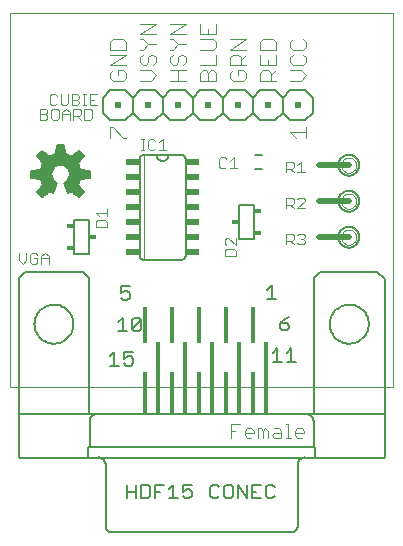
<source format=gto>
G75*
%MOIN*%
%OFA0B0*%
%FSLAX24Y24*%
%IPPOS*%
%LPD*%
%AMOC8*
5,1,8,0,0,1.08239X$1,22.5*
%
%ADD10C,0.0000*%
%ADD11C,0.0040*%
%ADD12C,0.0030*%
%ADD13C,0.0060*%
%ADD14C,0.0050*%
%ADD15R,0.0157X0.2402*%
%ADD16R,0.0157X0.1417*%
%ADD17R,0.0157X0.1220*%
%ADD18C,0.0020*%
%ADD19R,0.0450X0.0200*%
%ADD20R,0.0200X0.0200*%
%ADD21C,0.0200*%
%ADD22R,0.0230X0.0180*%
%ADD23C,0.0059*%
D10*
X000480Y004962D02*
X000480Y017432D01*
X013272Y017432D01*
X013272Y004962D01*
X000480Y004962D01*
D11*
X000920Y009082D02*
X001040Y009202D01*
X001040Y009442D01*
X001168Y009382D02*
X001168Y009142D01*
X001228Y009082D01*
X001348Y009082D01*
X001409Y009142D01*
X001409Y009262D01*
X001288Y009262D01*
X001168Y009382D02*
X001228Y009442D01*
X001348Y009442D01*
X001409Y009382D01*
X001537Y009322D02*
X001657Y009442D01*
X001777Y009322D01*
X001777Y009082D01*
X001777Y009262D02*
X001537Y009262D01*
X001537Y009322D02*
X001537Y009082D01*
X000920Y009082D02*
X000800Y009202D01*
X000800Y009442D01*
X003840Y013282D02*
X003840Y013629D01*
X003926Y013629D01*
X004273Y013282D01*
X004360Y013282D01*
X004850Y013242D02*
X004970Y013242D01*
X004910Y013242D02*
X004910Y012882D01*
X004850Y012882D02*
X004970Y012882D01*
X005096Y012942D02*
X005096Y013182D01*
X005156Y013242D01*
X005276Y013242D01*
X005336Y013182D01*
X005464Y013122D02*
X005584Y013242D01*
X005584Y012882D01*
X005464Y012882D02*
X005704Y012882D01*
X005336Y012942D02*
X005276Y012882D01*
X005156Y012882D01*
X005096Y012942D01*
X003402Y014362D02*
X003162Y014362D01*
X003162Y014722D01*
X003402Y014722D01*
X003282Y014542D02*
X003162Y014542D01*
X003036Y014362D02*
X002916Y014362D01*
X002976Y014362D02*
X002976Y014722D01*
X002916Y014722D02*
X003036Y014722D01*
X002788Y014662D02*
X002788Y014602D01*
X002728Y014542D01*
X002548Y014542D01*
X002420Y014422D02*
X002420Y014722D01*
X002548Y014722D02*
X002728Y014722D01*
X002788Y014662D01*
X002728Y014542D02*
X002788Y014482D01*
X002788Y014422D01*
X002728Y014362D01*
X002548Y014362D01*
X002548Y014722D01*
X002420Y014422D02*
X002360Y014362D01*
X002240Y014362D01*
X002180Y014422D01*
X002180Y014722D01*
X002051Y014662D02*
X001991Y014722D01*
X001871Y014722D01*
X001811Y014662D01*
X001811Y014422D01*
X001871Y014362D01*
X001991Y014362D01*
X002051Y014422D01*
X003840Y015269D02*
X003926Y015182D01*
X004273Y015182D01*
X004360Y015269D01*
X004360Y015442D01*
X004273Y015529D01*
X004100Y015529D01*
X004100Y015355D01*
X003926Y015529D02*
X003840Y015442D01*
X003840Y015269D01*
X003840Y015698D02*
X004360Y016044D01*
X003840Y016044D01*
X003840Y016213D02*
X003840Y016473D01*
X003926Y016560D01*
X004273Y016560D01*
X004360Y016473D01*
X004360Y016213D01*
X003840Y016213D01*
X003840Y015698D02*
X004360Y015698D01*
X004840Y015784D02*
X004926Y015698D01*
X005013Y015698D01*
X005100Y015784D01*
X005100Y015958D01*
X005187Y016044D01*
X005273Y016044D01*
X005360Y015958D01*
X005360Y015784D01*
X005273Y015698D01*
X005187Y015529D02*
X005360Y015355D01*
X005187Y015182D01*
X004840Y015182D01*
X004840Y015529D02*
X005187Y015529D01*
X004840Y015958D02*
X004926Y016044D01*
X004840Y015958D02*
X004840Y015784D01*
X004840Y016213D02*
X004926Y016213D01*
X005100Y016387D01*
X005360Y016387D01*
X005100Y016387D02*
X004926Y016560D01*
X004840Y016560D01*
X004840Y016729D02*
X005360Y017076D01*
X004840Y017076D01*
X004840Y016729D02*
X005360Y016729D01*
X005840Y016729D02*
X006360Y017076D01*
X005840Y017076D01*
X005840Y016729D02*
X006360Y016729D01*
X006360Y016387D02*
X006100Y016387D01*
X005926Y016560D01*
X005840Y016560D01*
X006100Y016387D02*
X005926Y016213D01*
X005840Y016213D01*
X005926Y016044D02*
X005840Y015958D01*
X005840Y015784D01*
X005926Y015698D01*
X006013Y015698D01*
X006100Y015784D01*
X006100Y015958D01*
X006187Y016044D01*
X006273Y016044D01*
X006360Y015958D01*
X006360Y015784D01*
X006273Y015698D01*
X006360Y015529D02*
X005840Y015529D01*
X006100Y015529D02*
X006100Y015182D01*
X006360Y015182D02*
X005840Y015182D01*
X006840Y015182D02*
X006840Y015442D01*
X006926Y015529D01*
X007013Y015529D01*
X007100Y015442D01*
X007100Y015182D01*
X007100Y015442D02*
X007187Y015529D01*
X007273Y015529D01*
X007360Y015442D01*
X007360Y015182D01*
X006840Y015182D01*
X006840Y015698D02*
X007360Y015698D01*
X007360Y016044D01*
X007273Y016213D02*
X007360Y016300D01*
X007360Y016473D01*
X007273Y016560D01*
X006840Y016560D01*
X006840Y016729D02*
X007360Y016729D01*
X007360Y017076D01*
X007100Y016902D02*
X007100Y016729D01*
X006840Y016729D02*
X006840Y017076D01*
X006840Y016213D02*
X007273Y016213D01*
X007840Y016213D02*
X008360Y016560D01*
X007840Y016560D01*
X007840Y016213D02*
X008360Y016213D01*
X008360Y016044D02*
X008187Y015871D01*
X008187Y015958D02*
X008187Y015698D01*
X008273Y015529D02*
X008100Y015529D01*
X008100Y015355D01*
X008273Y015182D02*
X008360Y015269D01*
X008360Y015442D01*
X008273Y015529D01*
X008360Y015698D02*
X007840Y015698D01*
X007840Y015958D01*
X007926Y016044D01*
X008100Y016044D01*
X008187Y015958D01*
X007926Y015529D02*
X007840Y015442D01*
X007840Y015269D01*
X007926Y015182D01*
X008273Y015182D01*
X008840Y015182D02*
X008840Y015442D01*
X008926Y015529D01*
X009100Y015529D01*
X009187Y015442D01*
X009187Y015182D01*
X009360Y015182D02*
X008840Y015182D01*
X008840Y015698D02*
X009360Y015698D01*
X009360Y016044D01*
X009360Y016213D02*
X009360Y016473D01*
X009273Y016560D01*
X008926Y016560D01*
X008840Y016473D01*
X008840Y016213D01*
X009360Y016213D01*
X009100Y015871D02*
X009100Y015698D01*
X009360Y015529D02*
X009187Y015355D01*
X008840Y015698D02*
X008840Y016044D01*
X009840Y015958D02*
X009840Y015784D01*
X009926Y015698D01*
X010273Y015698D01*
X010360Y015784D01*
X010360Y015958D01*
X010273Y016044D01*
X010273Y016213D02*
X010360Y016300D01*
X010360Y016473D01*
X010273Y016560D01*
X010273Y016213D02*
X009926Y016213D01*
X009840Y016300D01*
X009840Y016473D01*
X009926Y016560D01*
X009926Y016044D02*
X009840Y015958D01*
X009840Y015529D02*
X010187Y015529D01*
X010360Y015355D01*
X010187Y015182D01*
X009840Y015182D01*
X010360Y013629D02*
X010360Y013282D01*
X010360Y013455D02*
X009840Y013455D01*
X010013Y013282D01*
X009884Y012482D02*
X009703Y012482D01*
X009703Y012122D01*
X009703Y012242D02*
X009884Y012242D01*
X009944Y012302D01*
X009944Y012422D01*
X009884Y012482D01*
X010072Y012362D02*
X010192Y012482D01*
X010192Y012122D01*
X010072Y012122D02*
X010312Y012122D01*
X009944Y012122D02*
X009823Y012242D01*
X009884Y011282D02*
X009703Y011282D01*
X009703Y010922D01*
X009703Y011042D02*
X009884Y011042D01*
X009944Y011102D01*
X009944Y011222D01*
X009884Y011282D01*
X010072Y011222D02*
X010132Y011282D01*
X010252Y011282D01*
X010312Y011222D01*
X010312Y011162D01*
X010072Y010922D01*
X010312Y010922D01*
X009944Y010922D02*
X009823Y011042D01*
X009884Y010082D02*
X009703Y010082D01*
X009703Y009722D01*
X009703Y009842D02*
X009884Y009842D01*
X009944Y009902D01*
X009944Y010022D01*
X009884Y010082D01*
X010072Y010022D02*
X010132Y010082D01*
X010252Y010082D01*
X010312Y010022D01*
X010312Y009962D01*
X010252Y009902D01*
X010312Y009842D01*
X010312Y009782D01*
X010252Y009722D01*
X010132Y009722D01*
X010072Y009782D01*
X009944Y009722D02*
X009823Y009842D01*
X010192Y009902D02*
X010252Y009902D01*
X009768Y003742D02*
X009768Y003282D01*
X009692Y003282D02*
X009845Y003282D01*
X009998Y003359D02*
X009998Y003512D01*
X010075Y003589D01*
X010229Y003589D01*
X010305Y003512D01*
X010305Y003435D01*
X009998Y003435D01*
X009998Y003359D02*
X010075Y003282D01*
X010229Y003282D01*
X009768Y003742D02*
X009692Y003742D01*
X009538Y003512D02*
X009538Y003282D01*
X009308Y003282D01*
X009231Y003359D01*
X009308Y003435D01*
X009538Y003435D01*
X009538Y003512D02*
X009461Y003589D01*
X009308Y003589D01*
X009078Y003512D02*
X009078Y003282D01*
X008924Y003282D02*
X008924Y003512D01*
X009001Y003589D01*
X009078Y003512D01*
X008924Y003512D02*
X008848Y003589D01*
X008771Y003589D01*
X008771Y003282D01*
X008617Y003435D02*
X008310Y003435D01*
X008310Y003359D02*
X008310Y003512D01*
X008387Y003589D01*
X008541Y003589D01*
X008617Y003512D01*
X008617Y003435D01*
X008541Y003282D02*
X008387Y003282D01*
X008310Y003359D01*
X008003Y003512D02*
X007850Y003512D01*
X007850Y003282D02*
X007850Y003742D01*
X008157Y003742D01*
D12*
X008015Y009327D02*
X007645Y009327D01*
X007645Y009512D01*
X007706Y009574D01*
X007953Y009574D01*
X008015Y009512D01*
X008015Y009327D01*
X008015Y009695D02*
X007768Y009942D01*
X007706Y009942D01*
X007645Y009880D01*
X007645Y009757D01*
X007706Y009695D01*
X008015Y009695D02*
X008015Y009942D01*
X008074Y012252D02*
X007827Y012252D01*
X007950Y012252D02*
X007950Y012622D01*
X007827Y012499D01*
X007705Y012560D02*
X007644Y012622D01*
X007520Y012622D01*
X007458Y012560D01*
X007458Y012314D01*
X007520Y012252D01*
X007644Y012252D01*
X007705Y012314D01*
X003715Y010905D02*
X003715Y010659D01*
X003715Y010782D02*
X003345Y010782D01*
X003468Y010659D01*
X003406Y010537D02*
X003345Y010475D01*
X003345Y010290D01*
X003715Y010290D01*
X003715Y010475D01*
X003653Y010537D01*
X003406Y010537D01*
X003153Y013877D02*
X002968Y013877D01*
X002968Y014247D01*
X003153Y014247D01*
X003215Y014185D01*
X003215Y013939D01*
X003153Y013877D01*
X002847Y013877D02*
X002723Y014000D01*
X002785Y014000D02*
X002600Y014000D01*
X002600Y013877D02*
X002600Y014247D01*
X002785Y014247D01*
X002847Y014185D01*
X002847Y014062D01*
X002785Y014000D01*
X002479Y014062D02*
X002232Y014062D01*
X002232Y014124D02*
X002232Y013877D01*
X002110Y013939D02*
X002110Y014185D01*
X002048Y014247D01*
X001925Y014247D01*
X001863Y014185D01*
X001863Y013939D01*
X001925Y013877D01*
X002048Y013877D01*
X002110Y013939D01*
X002232Y014124D02*
X002355Y014247D01*
X002479Y014124D01*
X002479Y013877D01*
X001742Y013939D02*
X001680Y013877D01*
X001495Y013877D01*
X001495Y014247D01*
X001680Y014247D01*
X001742Y014185D01*
X001742Y014124D01*
X001680Y014062D01*
X001495Y014062D01*
X001680Y014062D02*
X001742Y014000D01*
X001742Y013939D01*
D13*
X000780Y004062D02*
X000780Y002623D01*
X000825Y002615D02*
X012973Y002615D01*
X012980Y002623D02*
X012980Y008562D01*
X012730Y008812D01*
X010830Y008812D01*
X010630Y008612D01*
X010630Y004062D01*
X010615Y003812D02*
X010615Y002980D01*
X003145Y002980D01*
X003095Y002980D01*
X003095Y002623D01*
X003145Y002980D02*
X003145Y003812D01*
X003147Y003842D01*
X003152Y003872D01*
X003161Y003901D01*
X003174Y003928D01*
X003189Y003954D01*
X003208Y003978D01*
X003229Y003999D01*
X003253Y004018D01*
X003279Y004033D01*
X003306Y004046D01*
X003335Y004055D01*
X003365Y004060D01*
X003395Y004062D01*
X003130Y004062D02*
X003130Y008612D01*
X002930Y008812D01*
X000980Y008812D01*
X000780Y008612D01*
X000780Y004062D01*
X012973Y004062D01*
X010665Y002980D02*
X010665Y002623D01*
X010665Y002980D02*
X010615Y002980D01*
X010330Y002619D02*
X010300Y002617D01*
X010270Y002612D01*
X010241Y002603D01*
X010214Y002590D01*
X010188Y002575D01*
X010164Y002556D01*
X010143Y002535D01*
X010124Y002511D01*
X010109Y002485D01*
X010096Y002458D01*
X010087Y002429D01*
X010082Y002399D01*
X010080Y002369D01*
X010080Y000330D01*
X010078Y000304D01*
X010073Y000278D01*
X010065Y000253D01*
X010053Y000230D01*
X010039Y000208D01*
X010021Y000189D01*
X010002Y000171D01*
X009980Y000157D01*
X009957Y000145D01*
X009932Y000137D01*
X009906Y000132D01*
X009880Y000130D01*
X003880Y000130D01*
X003854Y000132D01*
X003828Y000137D01*
X003803Y000145D01*
X003780Y000157D01*
X003758Y000171D01*
X003739Y000189D01*
X003721Y000208D01*
X003707Y000230D01*
X003695Y000253D01*
X003687Y000278D01*
X003682Y000304D01*
X003680Y000330D01*
X003680Y002369D01*
X003678Y002399D01*
X003673Y002429D01*
X003664Y002458D01*
X003651Y002485D01*
X003636Y002511D01*
X003617Y002535D01*
X003596Y002556D01*
X003572Y002575D01*
X003546Y002590D01*
X003519Y002603D01*
X003490Y002612D01*
X003460Y002617D01*
X003430Y002619D01*
X001309Y007062D02*
X001311Y007112D01*
X001317Y007162D01*
X001327Y007212D01*
X001340Y007260D01*
X001357Y007308D01*
X001378Y007354D01*
X001402Y007398D01*
X001430Y007440D01*
X001461Y007480D01*
X001495Y007517D01*
X001532Y007552D01*
X001571Y007583D01*
X001612Y007612D01*
X001656Y007637D01*
X001702Y007659D01*
X001749Y007677D01*
X001797Y007691D01*
X001846Y007702D01*
X001896Y007709D01*
X001946Y007712D01*
X001997Y007711D01*
X002047Y007706D01*
X002097Y007697D01*
X002145Y007685D01*
X002193Y007668D01*
X002239Y007648D01*
X002284Y007625D01*
X002327Y007598D01*
X002367Y007568D01*
X002405Y007535D01*
X002440Y007499D01*
X002473Y007460D01*
X002502Y007419D01*
X002528Y007376D01*
X002551Y007331D01*
X002570Y007284D01*
X002585Y007236D01*
X002597Y007187D01*
X002605Y007137D01*
X002609Y007087D01*
X002609Y007037D01*
X002605Y006987D01*
X002597Y006937D01*
X002585Y006888D01*
X002570Y006840D01*
X002551Y006793D01*
X002528Y006748D01*
X002502Y006705D01*
X002473Y006664D01*
X002440Y006625D01*
X002405Y006589D01*
X002367Y006556D01*
X002327Y006526D01*
X002284Y006499D01*
X002239Y006476D01*
X002193Y006456D01*
X002145Y006439D01*
X002097Y006427D01*
X002047Y006418D01*
X001997Y006413D01*
X001946Y006412D01*
X001896Y006415D01*
X001846Y006422D01*
X001797Y006433D01*
X001749Y006447D01*
X001702Y006465D01*
X001656Y006487D01*
X001612Y006512D01*
X001571Y006541D01*
X001532Y006572D01*
X001495Y006607D01*
X001461Y006644D01*
X001430Y006684D01*
X001402Y006726D01*
X001378Y006770D01*
X001357Y006816D01*
X001340Y006864D01*
X001327Y006912D01*
X001317Y006962D01*
X001311Y007012D01*
X001309Y007062D01*
X002620Y009402D02*
X002620Y010522D01*
X003140Y010522D01*
X003140Y010302D01*
X003140Y010522D02*
X002820Y010522D01*
X003140Y010522D02*
X003140Y009402D01*
X003140Y009622D01*
X003140Y009402D02*
X002820Y009402D01*
X002620Y009402D02*
X003140Y009402D01*
X004810Y009362D02*
X004810Y012562D01*
X004812Y012585D01*
X004817Y012608D01*
X004826Y012630D01*
X004839Y012650D01*
X004854Y012668D01*
X004872Y012683D01*
X004892Y012696D01*
X004914Y012705D01*
X004937Y012710D01*
X004960Y012712D01*
X005380Y012712D01*
X005780Y012712D01*
X006200Y012712D01*
X006223Y012710D01*
X006246Y012705D01*
X006268Y012696D01*
X006288Y012683D01*
X006306Y012668D01*
X006321Y012650D01*
X006334Y012630D01*
X006343Y012608D01*
X006348Y012585D01*
X006350Y012562D01*
X006350Y009362D01*
X006348Y009339D01*
X006343Y009316D01*
X006334Y009294D01*
X006321Y009274D01*
X006306Y009256D01*
X006288Y009241D01*
X006268Y009228D01*
X006246Y009219D01*
X006223Y009214D01*
X006200Y009212D01*
X004960Y009212D01*
X004937Y009214D01*
X004914Y009219D01*
X004892Y009228D01*
X004872Y009241D01*
X004854Y009256D01*
X004839Y009274D01*
X004826Y009294D01*
X004817Y009316D01*
X004812Y009339D01*
X004810Y009362D01*
X005380Y012712D02*
X005382Y012685D01*
X005387Y012658D01*
X005397Y012632D01*
X005409Y012608D01*
X005425Y012586D01*
X005443Y012566D01*
X005465Y012549D01*
X005488Y012534D01*
X005513Y012524D01*
X005539Y012516D01*
X005566Y012512D01*
X005594Y012512D01*
X005621Y012516D01*
X005647Y012524D01*
X005672Y012534D01*
X005695Y012549D01*
X005717Y012566D01*
X005735Y012586D01*
X005751Y012608D01*
X005763Y012632D01*
X005773Y012658D01*
X005778Y012685D01*
X005780Y012712D01*
X005830Y013862D02*
X005580Y014112D01*
X005580Y014612D01*
X005830Y014862D01*
X006330Y014862D01*
X006580Y014612D01*
X006830Y014862D01*
X007330Y014862D01*
X007580Y014612D01*
X007830Y014862D01*
X008330Y014862D01*
X008580Y014612D01*
X008830Y014862D01*
X009330Y014862D01*
X009580Y014612D01*
X009830Y014862D01*
X010330Y014862D01*
X010580Y014612D01*
X010580Y014112D01*
X010330Y013862D01*
X009830Y013862D01*
X009580Y014112D01*
X009330Y013862D01*
X008830Y013862D01*
X008580Y014112D01*
X008580Y014612D01*
X008580Y014112D02*
X008330Y013862D01*
X007830Y013862D01*
X007580Y014112D01*
X007330Y013862D01*
X006830Y013862D01*
X006580Y014112D01*
X006330Y013862D01*
X005830Y013862D01*
X005580Y014112D02*
X005330Y013862D01*
X004830Y013862D01*
X004580Y014112D01*
X004330Y013862D01*
X003830Y013862D01*
X003580Y014112D01*
X003580Y014612D01*
X003830Y014862D01*
X004330Y014862D01*
X004580Y014612D01*
X004830Y014862D01*
X005330Y014862D01*
X005580Y014612D01*
X004580Y014612D02*
X004580Y014112D01*
X006580Y014112D02*
X006580Y014612D01*
X007580Y014612D02*
X007580Y014112D01*
X008662Y012698D02*
X008898Y012698D01*
X008898Y012226D02*
X008662Y012226D01*
X008640Y011022D02*
X008120Y011022D01*
X008120Y010802D01*
X008120Y011022D02*
X008440Y011022D01*
X008640Y011022D02*
X008640Y009902D01*
X008120Y009902D01*
X008120Y010122D01*
X008120Y009902D02*
X008440Y009902D01*
X008120Y009902D02*
X008120Y011022D01*
X009580Y014112D02*
X009580Y014612D01*
X011430Y012362D02*
X011432Y012399D01*
X011438Y012436D01*
X011448Y012472D01*
X011461Y012507D01*
X011478Y012540D01*
X011499Y012571D01*
X011523Y012599D01*
X011550Y012625D01*
X011579Y012648D01*
X011610Y012668D01*
X011644Y012684D01*
X011679Y012697D01*
X011715Y012706D01*
X011752Y012711D01*
X011789Y012712D01*
X011826Y012709D01*
X011863Y012702D01*
X011899Y012691D01*
X011933Y012677D01*
X011966Y012659D01*
X011996Y012637D01*
X012024Y012613D01*
X012049Y012585D01*
X012072Y012555D01*
X012091Y012523D01*
X012106Y012489D01*
X012118Y012454D01*
X012126Y012418D01*
X012130Y012381D01*
X012130Y012343D01*
X012126Y012306D01*
X012118Y012270D01*
X012106Y012235D01*
X012091Y012201D01*
X012072Y012169D01*
X012049Y012139D01*
X012024Y012111D01*
X011996Y012087D01*
X011966Y012065D01*
X011933Y012047D01*
X011899Y012033D01*
X011863Y012022D01*
X011826Y012015D01*
X011789Y012012D01*
X011752Y012013D01*
X011715Y012018D01*
X011679Y012027D01*
X011644Y012040D01*
X011610Y012056D01*
X011579Y012076D01*
X011550Y012099D01*
X011523Y012125D01*
X011499Y012153D01*
X011478Y012184D01*
X011461Y012217D01*
X011448Y012252D01*
X011438Y012288D01*
X011432Y012325D01*
X011430Y012362D01*
X011430Y011162D02*
X011432Y011199D01*
X011438Y011236D01*
X011448Y011272D01*
X011461Y011307D01*
X011478Y011340D01*
X011499Y011371D01*
X011523Y011399D01*
X011550Y011425D01*
X011579Y011448D01*
X011610Y011468D01*
X011644Y011484D01*
X011679Y011497D01*
X011715Y011506D01*
X011752Y011511D01*
X011789Y011512D01*
X011826Y011509D01*
X011863Y011502D01*
X011899Y011491D01*
X011933Y011477D01*
X011966Y011459D01*
X011996Y011437D01*
X012024Y011413D01*
X012049Y011385D01*
X012072Y011355D01*
X012091Y011323D01*
X012106Y011289D01*
X012118Y011254D01*
X012126Y011218D01*
X012130Y011181D01*
X012130Y011143D01*
X012126Y011106D01*
X012118Y011070D01*
X012106Y011035D01*
X012091Y011001D01*
X012072Y010969D01*
X012049Y010939D01*
X012024Y010911D01*
X011996Y010887D01*
X011966Y010865D01*
X011933Y010847D01*
X011899Y010833D01*
X011863Y010822D01*
X011826Y010815D01*
X011789Y010812D01*
X011752Y010813D01*
X011715Y010818D01*
X011679Y010827D01*
X011644Y010840D01*
X011610Y010856D01*
X011579Y010876D01*
X011550Y010899D01*
X011523Y010925D01*
X011499Y010953D01*
X011478Y010984D01*
X011461Y011017D01*
X011448Y011052D01*
X011438Y011088D01*
X011432Y011125D01*
X011430Y011162D01*
X011430Y009962D02*
X011432Y009999D01*
X011438Y010036D01*
X011448Y010072D01*
X011461Y010107D01*
X011478Y010140D01*
X011499Y010171D01*
X011523Y010199D01*
X011550Y010225D01*
X011579Y010248D01*
X011610Y010268D01*
X011644Y010284D01*
X011679Y010297D01*
X011715Y010306D01*
X011752Y010311D01*
X011789Y010312D01*
X011826Y010309D01*
X011863Y010302D01*
X011899Y010291D01*
X011933Y010277D01*
X011966Y010259D01*
X011996Y010237D01*
X012024Y010213D01*
X012049Y010185D01*
X012072Y010155D01*
X012091Y010123D01*
X012106Y010089D01*
X012118Y010054D01*
X012126Y010018D01*
X012130Y009981D01*
X012130Y009943D01*
X012126Y009906D01*
X012118Y009870D01*
X012106Y009835D01*
X012091Y009801D01*
X012072Y009769D01*
X012049Y009739D01*
X012024Y009711D01*
X011996Y009687D01*
X011966Y009665D01*
X011933Y009647D01*
X011899Y009633D01*
X011863Y009622D01*
X011826Y009615D01*
X011789Y009612D01*
X011752Y009613D01*
X011715Y009618D01*
X011679Y009627D01*
X011644Y009640D01*
X011610Y009656D01*
X011579Y009676D01*
X011550Y009699D01*
X011523Y009725D01*
X011499Y009753D01*
X011478Y009784D01*
X011461Y009817D01*
X011448Y009852D01*
X011438Y009888D01*
X011432Y009925D01*
X011430Y009962D01*
X011151Y007062D02*
X011153Y007112D01*
X011159Y007162D01*
X011169Y007212D01*
X011182Y007260D01*
X011199Y007308D01*
X011220Y007354D01*
X011244Y007398D01*
X011272Y007440D01*
X011303Y007480D01*
X011337Y007517D01*
X011374Y007552D01*
X011413Y007583D01*
X011454Y007612D01*
X011498Y007637D01*
X011544Y007659D01*
X011591Y007677D01*
X011639Y007691D01*
X011688Y007702D01*
X011738Y007709D01*
X011788Y007712D01*
X011839Y007711D01*
X011889Y007706D01*
X011939Y007697D01*
X011987Y007685D01*
X012035Y007668D01*
X012081Y007648D01*
X012126Y007625D01*
X012169Y007598D01*
X012209Y007568D01*
X012247Y007535D01*
X012282Y007499D01*
X012315Y007460D01*
X012344Y007419D01*
X012370Y007376D01*
X012393Y007331D01*
X012412Y007284D01*
X012427Y007236D01*
X012439Y007187D01*
X012447Y007137D01*
X012451Y007087D01*
X012451Y007037D01*
X012447Y006987D01*
X012439Y006937D01*
X012427Y006888D01*
X012412Y006840D01*
X012393Y006793D01*
X012370Y006748D01*
X012344Y006705D01*
X012315Y006664D01*
X012282Y006625D01*
X012247Y006589D01*
X012209Y006556D01*
X012169Y006526D01*
X012126Y006499D01*
X012081Y006476D01*
X012035Y006456D01*
X011987Y006439D01*
X011939Y006427D01*
X011889Y006418D01*
X011839Y006413D01*
X011788Y006412D01*
X011738Y006415D01*
X011688Y006422D01*
X011639Y006433D01*
X011591Y006447D01*
X011544Y006465D01*
X011498Y006487D01*
X011454Y006512D01*
X011413Y006541D01*
X011374Y006572D01*
X011337Y006607D01*
X011303Y006644D01*
X011272Y006684D01*
X011244Y006726D01*
X011220Y006770D01*
X011199Y006816D01*
X011182Y006864D01*
X011169Y006912D01*
X011159Y006962D01*
X011153Y007012D01*
X011151Y007062D01*
X010365Y004062D02*
X010395Y004060D01*
X010425Y004055D01*
X010454Y004046D01*
X010481Y004033D01*
X010507Y004018D01*
X010531Y003999D01*
X010552Y003978D01*
X010571Y003954D01*
X010586Y003928D01*
X010599Y003901D01*
X010608Y003872D01*
X010613Y003842D01*
X010615Y003812D01*
D14*
X010020Y005801D02*
X009720Y005801D01*
X009870Y005801D02*
X009870Y006252D01*
X009720Y006102D01*
X009560Y005801D02*
X009259Y005801D01*
X009409Y005801D02*
X009409Y006252D01*
X009259Y006102D01*
X009571Y006864D02*
X009721Y006864D01*
X009796Y006940D01*
X009796Y007015D01*
X009721Y007090D01*
X009496Y007090D01*
X009496Y006940D01*
X009571Y006864D01*
X009496Y007090D02*
X009646Y007240D01*
X009796Y007315D01*
X009363Y007912D02*
X009062Y007912D01*
X009213Y007912D02*
X009213Y008362D01*
X009062Y008212D01*
X004864Y007200D02*
X004864Y006900D01*
X004789Y006825D01*
X004639Y006825D01*
X004564Y006900D01*
X004864Y007200D01*
X004789Y007275D01*
X004639Y007275D01*
X004564Y007200D01*
X004564Y006900D01*
X004404Y006825D02*
X004104Y006825D01*
X004254Y006825D02*
X004254Y007275D01*
X004104Y007125D01*
X004258Y007872D02*
X004183Y007947D01*
X004258Y007872D02*
X004408Y007872D01*
X004483Y007947D01*
X004483Y008098D01*
X004408Y008173D01*
X004333Y008173D01*
X004183Y008098D01*
X004183Y008323D01*
X004483Y008323D01*
X004587Y006134D02*
X004287Y006134D01*
X004287Y005909D01*
X004437Y005984D01*
X004512Y005984D01*
X004587Y005909D01*
X004587Y005758D01*
X004512Y005683D01*
X004362Y005683D01*
X004287Y005758D01*
X004127Y005683D02*
X003826Y005683D01*
X003976Y005683D02*
X003976Y006134D01*
X003826Y005984D01*
X004408Y001703D02*
X004408Y001253D01*
X004408Y001478D02*
X004708Y001478D01*
X004708Y001703D02*
X004708Y001253D01*
X004868Y001253D02*
X004868Y001703D01*
X005093Y001703D01*
X005168Y001628D01*
X005168Y001328D01*
X005093Y001253D01*
X004868Y001253D01*
X005328Y001253D02*
X005328Y001703D01*
X005629Y001703D01*
X005479Y001478D02*
X005328Y001478D01*
X005789Y001553D02*
X005939Y001703D01*
X005939Y001253D01*
X005789Y001253D02*
X006089Y001253D01*
X006249Y001328D02*
X006324Y001253D01*
X006474Y001253D01*
X006549Y001328D01*
X006549Y001478D01*
X006474Y001553D01*
X006399Y001553D01*
X006249Y001478D01*
X006249Y001703D01*
X006549Y001703D01*
X007170Y001628D02*
X007170Y001328D01*
X007245Y001253D01*
X007395Y001253D01*
X007470Y001328D01*
X007630Y001328D02*
X007705Y001253D01*
X007856Y001253D01*
X007931Y001328D01*
X007931Y001628D01*
X007856Y001703D01*
X007705Y001703D01*
X007630Y001628D01*
X007630Y001328D01*
X007470Y001628D02*
X007395Y001703D01*
X007245Y001703D01*
X007170Y001628D01*
X008091Y001703D02*
X008091Y001253D01*
X008391Y001253D02*
X008091Y001703D01*
X008391Y001703D02*
X008391Y001253D01*
X008551Y001253D02*
X008851Y001253D01*
X009012Y001328D02*
X009087Y001253D01*
X009237Y001253D01*
X009312Y001328D01*
X009312Y001628D02*
X009237Y001703D01*
X009087Y001703D01*
X009012Y001628D01*
X009012Y001328D01*
X008701Y001478D02*
X008551Y001478D01*
X008551Y001703D02*
X008551Y001253D01*
X008551Y001703D02*
X008851Y001703D01*
D15*
X009034Y005271D03*
X008134Y005271D03*
X007234Y005271D03*
X006334Y005271D03*
X005434Y005271D03*
D16*
X004984Y004778D03*
X005884Y004778D03*
X006784Y004778D03*
X007684Y004778D03*
X008584Y004778D03*
D17*
X008584Y007042D03*
X007684Y007042D03*
X006784Y007042D03*
X005884Y007042D03*
X004984Y007042D03*
D18*
X004950Y009212D02*
X004950Y012712D01*
X011530Y012362D02*
X011532Y012393D01*
X011538Y012424D01*
X011548Y012454D01*
X011561Y012482D01*
X011578Y012509D01*
X011598Y012533D01*
X011621Y012555D01*
X011646Y012573D01*
X011674Y012588D01*
X011703Y012600D01*
X011733Y012608D01*
X011764Y012612D01*
X011796Y012612D01*
X011827Y012608D01*
X011857Y012600D01*
X011886Y012588D01*
X011914Y012573D01*
X011939Y012555D01*
X011962Y012533D01*
X011982Y012509D01*
X011999Y012482D01*
X012012Y012454D01*
X012022Y012424D01*
X012028Y012393D01*
X012030Y012362D01*
X012028Y012331D01*
X012022Y012300D01*
X012012Y012270D01*
X011999Y012242D01*
X011982Y012215D01*
X011962Y012191D01*
X011939Y012169D01*
X011914Y012151D01*
X011886Y012136D01*
X011857Y012124D01*
X011827Y012116D01*
X011796Y012112D01*
X011764Y012112D01*
X011733Y012116D01*
X011703Y012124D01*
X011674Y012136D01*
X011646Y012151D01*
X011621Y012169D01*
X011598Y012191D01*
X011578Y012215D01*
X011561Y012242D01*
X011548Y012270D01*
X011538Y012300D01*
X011532Y012331D01*
X011530Y012362D01*
X011530Y011162D02*
X011532Y011193D01*
X011538Y011224D01*
X011548Y011254D01*
X011561Y011282D01*
X011578Y011309D01*
X011598Y011333D01*
X011621Y011355D01*
X011646Y011373D01*
X011674Y011388D01*
X011703Y011400D01*
X011733Y011408D01*
X011764Y011412D01*
X011796Y011412D01*
X011827Y011408D01*
X011857Y011400D01*
X011886Y011388D01*
X011914Y011373D01*
X011939Y011355D01*
X011962Y011333D01*
X011982Y011309D01*
X011999Y011282D01*
X012012Y011254D01*
X012022Y011224D01*
X012028Y011193D01*
X012030Y011162D01*
X012028Y011131D01*
X012022Y011100D01*
X012012Y011070D01*
X011999Y011042D01*
X011982Y011015D01*
X011962Y010991D01*
X011939Y010969D01*
X011914Y010951D01*
X011886Y010936D01*
X011857Y010924D01*
X011827Y010916D01*
X011796Y010912D01*
X011764Y010912D01*
X011733Y010916D01*
X011703Y010924D01*
X011674Y010936D01*
X011646Y010951D01*
X011621Y010969D01*
X011598Y010991D01*
X011578Y011015D01*
X011561Y011042D01*
X011548Y011070D01*
X011538Y011100D01*
X011532Y011131D01*
X011530Y011162D01*
X011530Y009962D02*
X011532Y009993D01*
X011538Y010024D01*
X011548Y010054D01*
X011561Y010082D01*
X011578Y010109D01*
X011598Y010133D01*
X011621Y010155D01*
X011646Y010173D01*
X011674Y010188D01*
X011703Y010200D01*
X011733Y010208D01*
X011764Y010212D01*
X011796Y010212D01*
X011827Y010208D01*
X011857Y010200D01*
X011886Y010188D01*
X011914Y010173D01*
X011939Y010155D01*
X011962Y010133D01*
X011982Y010109D01*
X011999Y010082D01*
X012012Y010054D01*
X012022Y010024D01*
X012028Y009993D01*
X012030Y009962D01*
X012028Y009931D01*
X012022Y009900D01*
X012012Y009870D01*
X011999Y009842D01*
X011982Y009815D01*
X011962Y009791D01*
X011939Y009769D01*
X011914Y009751D01*
X011886Y009736D01*
X011857Y009724D01*
X011827Y009716D01*
X011796Y009712D01*
X011764Y009712D01*
X011733Y009716D01*
X011703Y009724D01*
X011674Y009736D01*
X011646Y009751D01*
X011621Y009769D01*
X011598Y009791D01*
X011578Y009815D01*
X011561Y009842D01*
X011548Y009870D01*
X011538Y009900D01*
X011532Y009931D01*
X011530Y009962D01*
D19*
X006575Y009962D03*
X006575Y010462D03*
X006575Y010962D03*
X006575Y011462D03*
X006575Y011962D03*
X006575Y012462D03*
X004585Y012462D03*
X004585Y011962D03*
X004595Y011462D03*
X004585Y010962D03*
X004585Y010462D03*
X004585Y009962D03*
X004585Y009462D03*
X006575Y009462D03*
D20*
X006080Y014362D03*
X007080Y014362D03*
X008080Y014362D03*
X009080Y014362D03*
X010080Y014362D03*
X005080Y014362D03*
X004080Y014362D03*
D21*
X010780Y012362D02*
X011780Y012362D01*
X011330Y012362D02*
X011230Y012362D01*
X011230Y011162D02*
X011330Y011162D01*
X011780Y011162D02*
X010780Y011162D01*
X010780Y009962D02*
X011780Y009962D01*
X011330Y009962D02*
X011230Y009962D01*
D22*
X008775Y010092D03*
X008775Y010832D03*
X007985Y010462D03*
X003275Y009962D03*
X002485Y010332D03*
X002485Y009592D03*
D23*
X002786Y011286D02*
X002956Y011456D01*
X002754Y011703D01*
X002805Y011803D01*
X002839Y011910D01*
X003157Y011942D01*
X003157Y012182D01*
X002839Y012214D01*
X002805Y012321D01*
X002754Y012420D01*
X002956Y012668D01*
X002786Y012837D01*
X002539Y012636D01*
X002439Y012687D01*
X002332Y012721D01*
X002300Y013039D01*
X002060Y013039D01*
X002028Y012721D01*
X001921Y012687D01*
X001821Y012636D01*
X001574Y012837D01*
X001404Y012668D01*
X001606Y012420D01*
X001555Y012321D01*
X001521Y012214D01*
X001203Y012182D01*
X001203Y011942D01*
X001521Y011910D01*
X001555Y011803D01*
X001606Y011703D01*
X001404Y011456D01*
X001574Y011286D01*
X001821Y011488D01*
X001921Y011437D01*
X002062Y011778D01*
X002009Y011806D01*
X001962Y011844D01*
X001924Y011891D01*
X001896Y011944D01*
X001878Y012002D01*
X001872Y012062D01*
X001879Y012125D01*
X001898Y012185D01*
X001929Y012240D01*
X001971Y012287D01*
X002021Y012325D01*
X002078Y012352D01*
X002140Y012367D01*
X002203Y012369D01*
X002265Y012357D01*
X002324Y012334D01*
X002376Y012299D01*
X002420Y012254D01*
X002455Y012201D01*
X002477Y012142D01*
X002487Y012079D01*
X002484Y012016D01*
X002468Y011955D01*
X002440Y011898D01*
X002402Y011849D01*
X002353Y011808D01*
X002298Y011778D01*
X002439Y011437D01*
X002539Y011488D01*
X002786Y011286D01*
X002793Y011293D02*
X002778Y011293D01*
X002707Y011351D02*
X002850Y011351D01*
X002908Y011408D02*
X002637Y011408D01*
X002566Y011466D02*
X002948Y011466D01*
X002901Y011523D02*
X002403Y011523D01*
X002427Y011466D02*
X002495Y011466D01*
X002379Y011581D02*
X002854Y011581D01*
X002807Y011638D02*
X002355Y011638D01*
X002332Y011696D02*
X002760Y011696D01*
X002780Y011753D02*
X002308Y011753D01*
X002357Y011811D02*
X002808Y011811D01*
X002826Y011869D02*
X002417Y011869D01*
X002454Y011926D02*
X003001Y011926D01*
X003157Y011984D02*
X002476Y011984D01*
X002485Y012041D02*
X003157Y012041D01*
X003157Y012099D02*
X002484Y012099D01*
X002471Y012156D02*
X003157Y012156D01*
X002842Y012214D02*
X002446Y012214D01*
X002403Y012271D02*
X002821Y012271D01*
X002801Y012329D02*
X002331Y012329D01*
X002029Y012329D02*
X001559Y012329D01*
X001539Y012271D02*
X001957Y012271D01*
X001914Y012214D02*
X001518Y012214D01*
X001589Y012387D02*
X002771Y012387D01*
X002773Y012444D02*
X001587Y012444D01*
X001540Y012502D02*
X002820Y012502D01*
X002867Y012559D02*
X001493Y012559D01*
X001446Y012617D02*
X002914Y012617D01*
X002949Y012674D02*
X002586Y012674D01*
X002656Y012732D02*
X002892Y012732D01*
X002834Y012789D02*
X002727Y012789D01*
X002464Y012674D02*
X001896Y012674D01*
X001774Y012674D02*
X001411Y012674D01*
X001468Y012732D02*
X001704Y012732D01*
X001633Y012789D02*
X001526Y012789D01*
X002029Y012732D02*
X002331Y012732D01*
X002325Y012789D02*
X002035Y012789D01*
X002041Y012847D02*
X002319Y012847D01*
X002314Y012905D02*
X002046Y012905D01*
X002052Y012962D02*
X002308Y012962D01*
X002302Y013020D02*
X002058Y013020D01*
X001889Y012156D02*
X001203Y012156D01*
X001203Y012099D02*
X001876Y012099D01*
X001874Y012041D02*
X001203Y012041D01*
X001203Y011984D02*
X001884Y011984D01*
X001905Y011926D02*
X001359Y011926D01*
X001534Y011869D02*
X001943Y011869D01*
X002003Y011811D02*
X001552Y011811D01*
X001580Y011753D02*
X002052Y011753D01*
X002028Y011696D02*
X001600Y011696D01*
X001553Y011638D02*
X002005Y011638D01*
X001981Y011581D02*
X001506Y011581D01*
X001459Y011523D02*
X001957Y011523D01*
X001933Y011466D02*
X001865Y011466D01*
X001794Y011466D02*
X001412Y011466D01*
X001452Y011408D02*
X001723Y011408D01*
X001653Y011351D02*
X001510Y011351D01*
X001567Y011293D02*
X001582Y011293D01*
M02*

</source>
